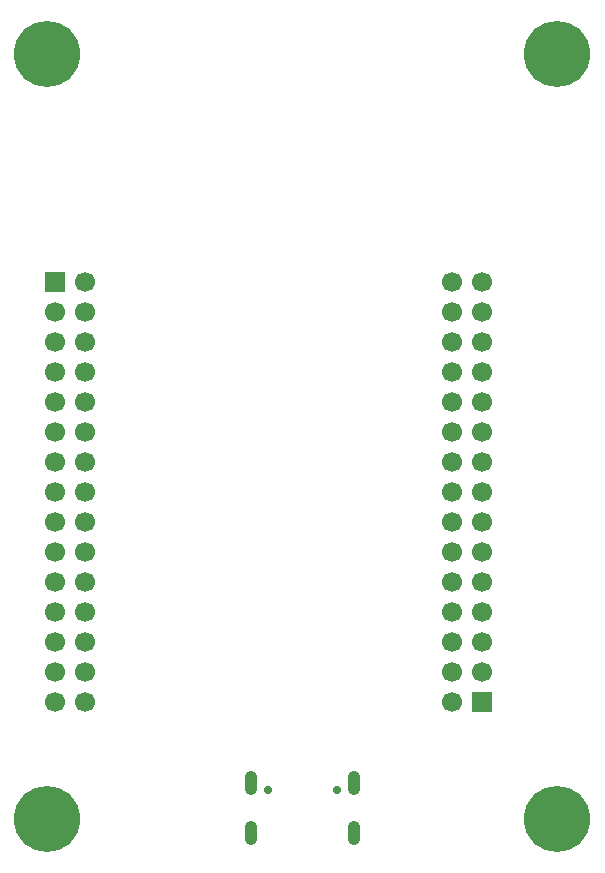
<source format=gbr>
%TF.GenerationSoftware,KiCad,Pcbnew,9.0.6*%
%TF.CreationDate,2026-01-25T13:47:59+09:00*%
%TF.ProjectId,esp32-s3-with-ken-interface,65737033-322d-4733-932d-776974682d6b,rev?*%
%TF.SameCoordinates,Original*%
%TF.FileFunction,Soldermask,Bot*%
%TF.FilePolarity,Negative*%
%FSLAX46Y46*%
G04 Gerber Fmt 4.6, Leading zero omitted, Abs format (unit mm)*
G04 Created by KiCad (PCBNEW 9.0.6) date 2026-01-25 13:47:59*
%MOMM*%
%LPD*%
G01*
G04 APERTURE LIST*
%ADD10C,5.600000*%
%ADD11C,0.700000*%
%ADD12O,1.050000X2.100000*%
%ADD13R,1.700000X1.700000*%
%ADD14C,1.700000*%
G04 APERTURE END LIST*
D10*
%TO.C,H1*%
X105410000Y-116840000D03*
%TD*%
%TO.C,H2*%
X62230000Y-116840000D03*
%TD*%
%TO.C,H4*%
X105410000Y-52070000D03*
%TD*%
%TO.C,H3*%
X62230000Y-52070000D03*
%TD*%
D11*
%TO.C,J1*%
X80930000Y-114333000D03*
X86710000Y-114333000D03*
D12*
X79500000Y-113803000D03*
X88140000Y-113803000D03*
X79500000Y-117983000D03*
X88140000Y-117983000D03*
%TD*%
D13*
%TO.C,U3*%
X62865000Y-71374000D03*
D14*
X65405000Y-71374000D03*
X62865000Y-73914000D03*
X65405000Y-73914000D03*
X62865000Y-76454000D03*
X65405000Y-76454000D03*
X62865000Y-78994000D03*
X65405000Y-78994000D03*
X62865000Y-81534000D03*
X65405000Y-81534000D03*
X62865000Y-84074000D03*
X65405000Y-84074000D03*
X62865000Y-86614000D03*
X65405000Y-86614000D03*
X62865000Y-89154000D03*
X65405000Y-89154000D03*
X62865000Y-91694000D03*
X65405000Y-91694000D03*
X62865000Y-94234000D03*
X65405000Y-94234000D03*
X62865000Y-96774000D03*
X65405000Y-96774000D03*
X62865000Y-99314000D03*
X65405000Y-99314000D03*
X62865000Y-101854000D03*
X65405000Y-101854000D03*
X62865000Y-104394000D03*
X65405000Y-104394000D03*
X62865000Y-106934000D03*
X65405000Y-106934000D03*
%TD*%
D13*
%TO.C,U5*%
X99060000Y-106934000D03*
D14*
X96520000Y-106934000D03*
X99060000Y-104394000D03*
X96520000Y-104394000D03*
X99060000Y-101854000D03*
X96520000Y-101854000D03*
X99060000Y-99314000D03*
X96520000Y-99314000D03*
X99060000Y-96774000D03*
X96520000Y-96774000D03*
X99060000Y-94234000D03*
X96520000Y-94234000D03*
X99060000Y-91694000D03*
X96520000Y-91694000D03*
X99060000Y-89154000D03*
X96520000Y-89154000D03*
X99060000Y-86614000D03*
X96520000Y-86614000D03*
X99060000Y-84074000D03*
X96520000Y-84074000D03*
X99060000Y-81534000D03*
X96520000Y-81534000D03*
X99060000Y-78994000D03*
X96520000Y-78994000D03*
X99060000Y-76454000D03*
X96520000Y-76454000D03*
X99060000Y-73914000D03*
X96520000Y-73914000D03*
X99060000Y-71374000D03*
X96520000Y-71374000D03*
%TD*%
M02*

</source>
